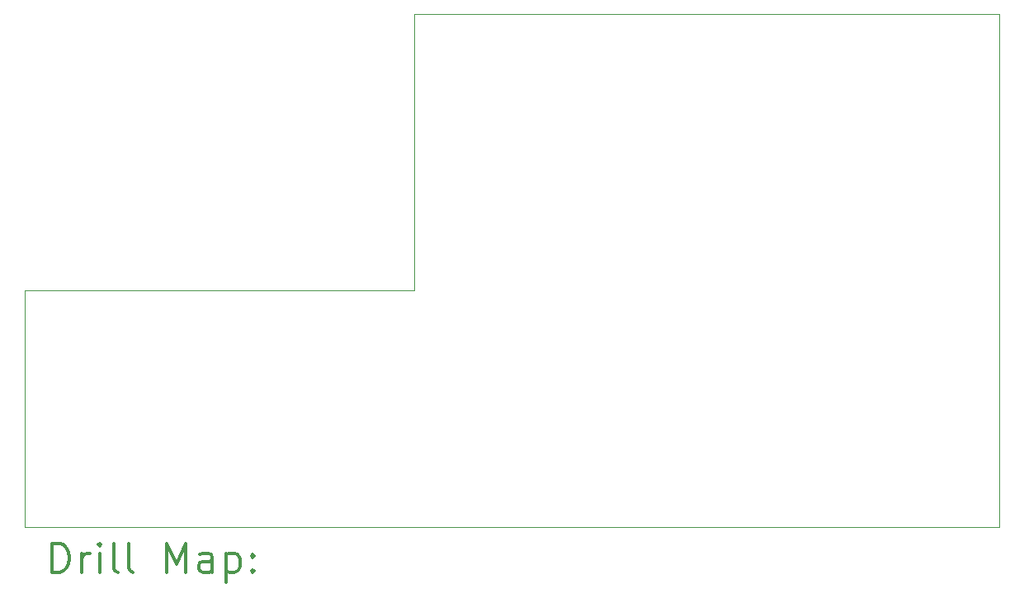
<source format=gbr>
%FSLAX45Y45*%
G04 Gerber Fmt 4.5, Leading zero omitted, Abs format (unit mm)*
G04 Created by KiCad (PCBNEW (5.1.5)-3) date 2020-05-22 23:58:23*
%MOMM*%
%LPD*%
G04 APERTURE LIST*
%TA.AperFunction,Profile*%
%ADD10C,0.050000*%
%TD*%
%ADD11C,0.200000*%
%ADD12C,0.300000*%
G04 APERTURE END LIST*
D10*
X8000000Y-11417110D02*
X12000000Y-11417110D01*
X12000000Y-8582895D02*
X12000000Y-11417110D01*
X12000000Y-8582895D02*
X18000000Y-8582895D01*
X18000000Y-8582895D02*
X18000000Y-13845530D01*
X8000000Y-13845531D02*
X18000000Y-13845531D01*
X8000000Y-11417110D02*
X8000000Y-13845531D01*
D11*
D12*
X8283928Y-14313745D02*
X8283928Y-14013745D01*
X8355357Y-14013745D01*
X8398214Y-14028031D01*
X8426786Y-14056602D01*
X8441071Y-14085174D01*
X8455357Y-14142317D01*
X8455357Y-14185174D01*
X8441071Y-14242317D01*
X8426786Y-14270888D01*
X8398214Y-14299460D01*
X8355357Y-14313745D01*
X8283928Y-14313745D01*
X8583928Y-14313745D02*
X8583928Y-14113745D01*
X8583928Y-14170888D02*
X8598214Y-14142317D01*
X8612500Y-14128031D01*
X8641071Y-14113745D01*
X8669643Y-14113745D01*
X8769643Y-14313745D02*
X8769643Y-14113745D01*
X8769643Y-14013745D02*
X8755357Y-14028031D01*
X8769643Y-14042317D01*
X8783928Y-14028031D01*
X8769643Y-14013745D01*
X8769643Y-14042317D01*
X8955357Y-14313745D02*
X8926786Y-14299460D01*
X8912500Y-14270888D01*
X8912500Y-14013745D01*
X9112500Y-14313745D02*
X9083928Y-14299460D01*
X9069643Y-14270888D01*
X9069643Y-14013745D01*
X9455357Y-14313745D02*
X9455357Y-14013745D01*
X9555357Y-14228031D01*
X9655357Y-14013745D01*
X9655357Y-14313745D01*
X9926786Y-14313745D02*
X9926786Y-14156602D01*
X9912500Y-14128031D01*
X9883928Y-14113745D01*
X9826786Y-14113745D01*
X9798214Y-14128031D01*
X9926786Y-14299460D02*
X9898214Y-14313745D01*
X9826786Y-14313745D01*
X9798214Y-14299460D01*
X9783928Y-14270888D01*
X9783928Y-14242317D01*
X9798214Y-14213745D01*
X9826786Y-14199460D01*
X9898214Y-14199460D01*
X9926786Y-14185174D01*
X10069643Y-14113745D02*
X10069643Y-14413745D01*
X10069643Y-14128031D02*
X10098214Y-14113745D01*
X10155357Y-14113745D01*
X10183928Y-14128031D01*
X10198214Y-14142317D01*
X10212500Y-14170888D01*
X10212500Y-14256602D01*
X10198214Y-14285174D01*
X10183928Y-14299460D01*
X10155357Y-14313745D01*
X10098214Y-14313745D01*
X10069643Y-14299460D01*
X10341071Y-14285174D02*
X10355357Y-14299460D01*
X10341071Y-14313745D01*
X10326786Y-14299460D01*
X10341071Y-14285174D01*
X10341071Y-14313745D01*
X10341071Y-14128031D02*
X10355357Y-14142317D01*
X10341071Y-14156602D01*
X10326786Y-14142317D01*
X10341071Y-14128031D01*
X10341071Y-14156602D01*
M02*

</source>
